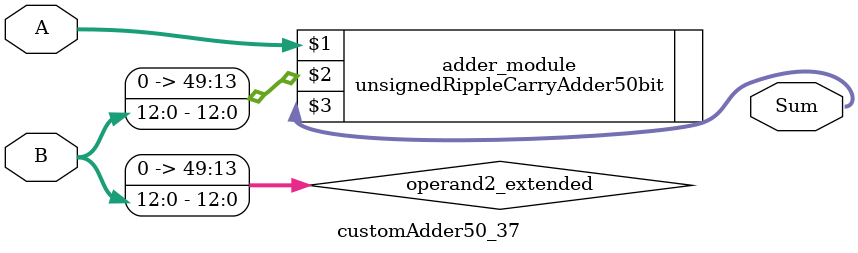
<source format=v>
module customAdder50_37(
                        input [49 : 0] A,
                        input [12 : 0] B,
                        
                        output [50 : 0] Sum
                );

        wire [49 : 0] operand2_extended;
        
        assign operand2_extended =  {37'b0, B};
        
        unsignedRippleCarryAdder50bit adder_module(
            A,
            operand2_extended,
            Sum
        );
        
        endmodule
        
</source>
